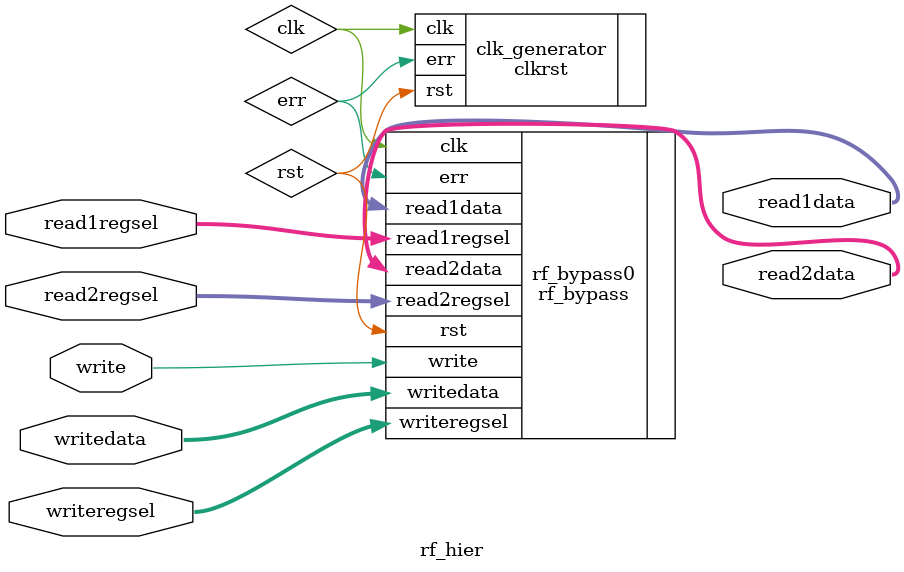
<source format=v>
/* $Author: karu $ */
/* $LastChangedDate: 2009-03-04 23:09:45 -0600 (Wed, 04 Mar 2009) $ */
/* $Rev: 45 $ */
// YOU SHALL NOT EDIT THIS FILE. ANY CHANGES TO THIS FILE WILL
// RESULT IN ZERO FOR THIS PROBLEM.
module rf_hier (

                // Outputs
                read1data, read2data,

                // Inputs
                read1regsel, read2regsel, writeregsel, writedata, write

                );

   input [2:0] read1regsel;
   input [2:0] read2regsel;
   input [2:0] writeregsel;
   input [15:0] writedata;
   input        write;
   output [15:0] read1data;
   output [15:0] read2data;
   wire          clk, rst;
   wire          err;

   // Ignore err for now
   clkrst clk_generator(.clk(clk), .rst(rst), .err(err) );

   rf_bypass rf_bypass0(
          // Outputs
          .read1data (read1data[15:0]),
          .read2data (read2data[15:0]),
          .err (err),
          // Inputs
          .clk (clk),
          .rst (rst),
          .read1regsel (read1regsel[2:0]),
          .read2regsel (read2regsel[2:0]),
          .writeregsel (writeregsel[2:0]),
          .writedata (writedata[15:0]),
          .write (write));

   endmodule

</source>
